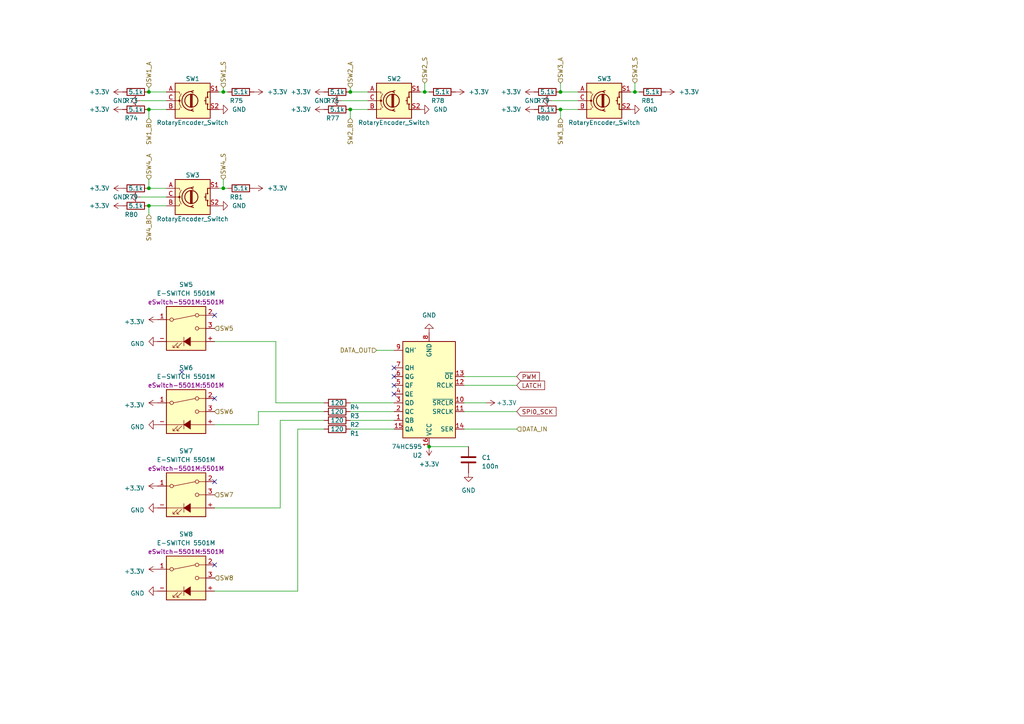
<source format=kicad_sch>
(kicad_sch (version 20230121) (generator eeschema)
  (paper "A4")
  (lib_symbols
    (symbol "74xx:74HC595"
      (property "Reference" "U" (at -7.62 13.97 0))
      (property "Value" "74HC595" (at -7.62 -16.51 0))
      (symbol "74HC595_1_0"
        (pin tri_state line (at 10.16 7.62 180) (length 2.54) (name "QB") (number "1"))
        (pin input line (at -10.16 2.54 0) (length 2.54) (name "~{SRCLR}") (number "10"))
        (pin input line (at -10.16 5.08 0) (length 2.54) (name "SRCLK") (number "11"))
        (pin input line (at -10.16 -2.54 0) (length 2.54) (name "RCLK") (number "12"))
        (pin input line (at -10.16 -5.08 0) (length 2.54) (name "~{OE}") (number "13"))
        (pin input line (at -10.16 10.16 0) (length 2.54) (name "SER") (number "14"))
        (pin tri_state line (at 10.16 10.16 180) (length 2.54) (name "QA") (number "15"))
        (pin power_in line (at 0 15.24 270) (length 2.54) (name "VCC") (number "16"))
        (pin tri_state line (at 10.16 5.08 180) (length 2.54) (name "QC") (number "2"))
        (pin tri_state line (at 10.16 2.54 180) (length 2.54) (name "QD") (number "3"))
        (pin tri_state line (at 10.16 0 180) (length 2.54) (name "QE") (number "4"))
        (pin tri_state line (at 10.16 -2.54 180) (length 2.54) (name "QF") (number "5"))
        (pin tri_state line (at 10.16 -5.08 180) (length 2.54) (name "QG") (number "6"))
        (pin tri_state line (at 10.16 -7.62 180) (length 2.54) (name "QH") (number "7"))
        (pin power_in line (at 0 -17.78 90) (length 2.54) (name "GND") (number "8"))
        (pin output line (at 10.16 -12.7 180) (length 2.54) (name "QH'") (number "9"))
      )
      (symbol "74HC595_1_1"
        (rectangle (start -7.62 12.7) (end 7.62 -15.24) (stroke (width 0.254)) (fill (type background)))
      )
    )
    (symbol "Device:C" (pin_numbers hide) (pin_names (offset 0.254))
      (property "Reference" "C" (at 0.635 2.54 0))
      (property "Value" "C" (at 0.635 -2.54 0))
      (symbol "C_0_1"
        (polyline (pts (xy -2.032 -0.762) (xy 2.032 -0.762)) (stroke (width 0.508)))
        (polyline (pts (xy -2.032 0.762) (xy 2.032 0.762)) (stroke (width 0.508)))
      )
      (symbol "C_1_1"
        (pin passive line (at 0 3.81 270) (length 2.794) (name "~") (number "1"))
        (pin passive line (at 0 -3.81 90) (length 2.794) (name "~") (number "2"))
      )
    )
    (symbol "Device:R" (pin_numbers hide) (pin_names (offset 0))
      (property "Reference" "R" (at 2.032 0 90))
      (property "Value" "R" (at 0 0 90))
      (symbol "R_0_1"
        (rectangle (start -1.016 -2.54) (end 1.016 2.54) (stroke (width 0.254)))
      )
      (symbol "R_1_1"
        (pin passive line (at 0 3.81 270) (length 1.27) (name "~") (number "1"))
        (pin passive line (at 0 -3.81 90) (length 1.27) (name "~") (number "2"))
      )
    )
    (symbol "Device:RotaryEncoder_Switch" (pin_names (offset 0.254) hide)
      (property "Reference" "SW" (at 0 6.604 0))
      (property "Value" "RotaryEncoder_Switch" (at 0 -6.604 0))
      (symbol "RotaryEncoder_Switch_0_1"
        (rectangle (start -5.08 5.08) (end 5.08 -5.08) (stroke (width 0.254)) (fill (type background)))
        (circle (center -3.81 0) (radius 0.254) (fill (type outline)))
        (circle (center -0.381 0) (radius 1.905) (stroke (width 0.254)))
        (arc (start -0.381 2.667) (mid -3.0988 -0.0635) (end -0.381 -2.794) (stroke (width 0.254)))
        (polyline (pts (xy -0.635 -1.778) (xy -0.635 1.778)) (stroke (width 0.254)))
        (polyline (pts (xy -0.381 -1.778) (xy -0.381 1.778)) (stroke (width 0.254)))
        (polyline (pts (xy -0.127 1.778) (xy -0.127 -1.778)) (stroke (width 0.254)))
        (polyline (pts (xy 3.81 0) (xy 3.429 0)) (stroke (width 0.254)))
        (polyline (pts (xy 3.81 1.016) (xy 3.81 -1.016)) (stroke (width 0.254)))
        (polyline (pts (xy -5.08 -2.54) (xy -3.81 -2.54) (xy -3.81 -2.032)))
        (polyline (pts (xy -5.08 2.54) (xy -3.81 2.54) (xy -3.81 2.032)))
        (polyline (pts (xy 0.254 -3.048) (xy -0.508 -2.794) (xy 0.127 -2.413)) (stroke (width 0.254)))
        (polyline (pts (xy 0.254 2.921) (xy -0.508 2.667) (xy 0.127 2.286)) (stroke (width 0.254)))
        (polyline (pts (xy 5.08 -2.54) (xy 4.318 -2.54) (xy 4.318 -1.016)) (stroke (width 0.254)))
        (polyline (pts (xy 5.08 2.54) (xy 4.318 2.54) (xy 4.318 1.016)) (stroke (width 0.254)))
        (polyline (pts (xy -5.08 0) (xy -3.81 0) (xy -3.81 -1.016) (xy -3.302 -2.032)))
        (polyline (pts (xy -4.318 0) (xy -3.81 0) (xy -3.81 1.016) (xy -3.302 2.032)))
        (circle (center 4.318 -1.016) (radius 0.127) (stroke (width 0.254)))
        (circle (center 4.318 1.016) (radius 0.127) (stroke (width 0.254)))
      )
      (symbol "RotaryEncoder_Switch_1_1"
        (pin passive line (at -7.62 2.54 0) (length 2.54) (name "A") (number "A"))
        (pin passive line (at -7.62 -2.54 0) (length 2.54) (name "B") (number "B"))
        (pin passive line (at -7.62 0 0) (length 2.54) (name "C") (number "C"))
        (pin passive line (at 7.62 2.54 180) (length 2.54) (name "S1") (number "S1"))
        (pin passive line (at 7.62 -2.54 180) (length 2.54) (name "S2") (number "S2"))
      )
    )
    (symbol "buttons:E-SWITCH 5501M" (pin_names (offset 1.016) hide)
      (property "Reference" "SW" (at -1.27 13.97 0))
      (property "Value" "E-SWITCH 5501M" (at 0 -3.175 0))
      (property "Footprint" "eSwitch-5501M:5501M" (at 1.27 -5.08 0))
      (symbol "E-SWITCH 5501M_0_0"
        (circle (center -2.286 7.62) (radius 0.508))
        (polyline (pts (xy -3.81 1.27) (xy 7.62 1.27)))
        (polyline (pts (xy -1.778 -0.381) (xy -0.508 0.889)))
        (polyline (pts (xy -0.635 -0.381) (xy 0.635 0.889)))
        (polyline (pts (xy 1.27 2.54) (xy 1.27 0)))
        (polyline (pts (xy -1.905 0.127) (xy -1.905 -0.508) (xy -1.27 -0.508)))
        (polyline (pts (xy -0.762 0.127) (xy -0.762 -0.508) (xy -0.127 -0.508)))
        (polyline (pts (xy 1.27 1.27) (xy 3.175 2.54) (xy 3.175 0) (xy 1.27 1.27)) (fill (type outline)))
        (circle (center 5.08 5.08) (radius 0.508))
      )
      (symbol "E-SWITCH 5501M_0_1"
        (rectangle (start -3.81 11.43) (end 7.62 -1.27) (stroke (width 0.254)) (fill (type background)))
        (polyline (pts (xy -3.81 7.62) (xy -2.794 7.62)))
        (polyline (pts (xy -1.778 7.62) (xy 4.572 8.89)))
        (polyline (pts (xy 7.62 5.08) (xy 5.588 5.08)))
        (polyline (pts (xy 7.62 8.89) (xy 5.715 8.89) (xy 5.588 8.89)))
        (circle (center 5.08 8.89) (radius 0.508))
      )
      (symbol "E-SWITCH 5501M_1_1"
        (pin input line (at 10.16 1.27 180) (length 2.54) (name "+") (number "+"))
        (pin input line (at -6.35 1.27 0) (length 2.54) (name "-") (number "-"))
        (pin input line (at -6.35 7.62 0) (length 2.54) (name "1") (number "1"))
        (pin output line (at 10.16 8.89 180) (length 2.54) (name "C") (number "2"))
        (pin bidirectional line (at 10.16 5.08 180) (length 2.54) (name "C") (number "3"))
      )
    )
    (symbol "power:+3.3V" (power) (pin_names (offset 0))
      (property "Value" "+3.3V" (at 0 3.556 0))
      (symbol "+3.3V_0_1"
        (polyline (pts (xy -0.762 1.27) (xy 0 2.54)))
        (polyline (pts (xy 0 0) (xy 0 2.54)))
        (polyline (pts (xy 0 2.54) (xy 0.762 1.27)))
      )
      (symbol "+3.3V_1_1"
        (pin power_in line (at 0 0 90) (length 0) hide (name "+3.3V") (number "1"))
      )
    )
    (symbol "power:GND" (power) (pin_names (offset 0))
      (property "Value" "GND" (at 0 -3.81 0))
      (symbol "GND_0_1"
        (polyline (pts (xy 0 0) (xy 0 -1.27) (xy 1.27 -1.27) (xy 0 -2.54) (xy -1.27 -1.27) (xy 0 -1.27)))
      )
      (symbol "GND_1_1"
        (pin power_in line (at 0 0 270) (length 0) hide (name "GND") (number "1"))
      )
    )
  )
  (junction (at 43.18 54.61))
  (junction (at 162.56 31.75))
  (junction (at 123.19 26.67))
  (junction (at 184.15 26.67))
  (junction (at 64.77 26.67))
  (junction (at 101.6 31.75))
  (junction (at 162.56 26.67))
  (junction (at 64.77 54.61))
  (junction (at 43.18 26.67))
  (junction (at 101.6 26.67))
  (junction (at 43.18 31.75))
  (junction (at 43.18 59.69))
  (junction (at 124.46 129.54))
  (no_connect (at 62.23 115.57))
  (no_connect (at 62.23 163.83))
  (no_connect (at 52.705 107.95))
  (no_connect (at 114.3 106.68))
  (no_connect (at 62.23 91.44))
  (no_connect (at 114.3 111.76))
  (no_connect (at 62.23 139.7))
  (no_connect (at 114.3 114.3))
  (no_connect (at 114.3 109.22))
  (wire (pts (xy 114.3 119.38) (xy 101.6 119.38)))
  (wire (pts (xy 43.18 31.75) (xy 43.18 34.29)))
  (wire (pts (xy 63.5 54.61) (xy 64.77 54.61)))
  (wire (pts (xy 182.88 26.67) (xy 184.15 26.67)))
  (wire (pts (xy 101.6 31.75) (xy 101.6 34.29)))
  (wire (pts (xy 86.36 124.46) (xy 86.36 171.45)))
  (wire (pts (xy 149.86 111.76) (xy 134.62 111.76)))
  (wire (pts (xy 140.97 116.84) (xy 134.62 116.84)))
  (wire (pts (xy 43.18 54.61) (xy 48.26 54.61)))
  (wire (pts (xy 74.93 119.38) (xy 74.93 123.19)))
  (wire (pts (xy 101.6 26.67) (xy 106.68 26.67)))
  (wire (pts (xy 86.36 171.45) (xy 62.23 171.45)))
  (wire (pts (xy 149.86 124.46) (xy 134.62 124.46)))
  (wire (pts (xy 114.3 124.46) (xy 101.6 124.46)))
  (wire (pts (xy 162.56 26.67) (xy 167.64 26.67)))
  (wire (pts (xy 40.64 57.15) (xy 48.26 57.15)))
  (wire (pts (xy 43.18 26.67) (xy 48.26 26.67)))
  (wire (pts (xy 43.18 59.69) (xy 48.26 59.69)))
  (wire (pts (xy 93.98 121.92) (xy 81.28 121.92)))
  (wire (pts (xy 114.3 121.92) (xy 101.6 121.92)))
  (wire (pts (xy 123.19 26.67) (xy 124.46 26.67)))
  (wire (pts (xy 123.19 24.13) (xy 123.19 26.67)))
  (wire (pts (xy 63.5 26.67) (xy 64.77 26.67)))
  (wire (pts (xy 43.18 59.69) (xy 43.18 62.23)))
  (wire (pts (xy 40.64 29.21) (xy 48.26 29.21)))
  (wire (pts (xy 93.98 124.46) (xy 86.36 124.46)))
  (wire (pts (xy 43.18 25.4) (xy 43.18 26.67)))
  (wire (pts (xy 124.46 129.54) (xy 135.89 129.54)))
  (wire (pts (xy 93.98 119.38) (xy 74.93 119.38)))
  (wire (pts (xy 149.86 109.22) (xy 134.62 109.22)))
  (wire (pts (xy 81.28 147.32) (xy 62.23 147.32)))
  (wire (pts (xy 64.77 25.4) (xy 64.77 26.67)))
  (wire (pts (xy 81.28 121.92) (xy 81.28 147.32)))
  (wire (pts (xy 43.18 31.75) (xy 48.26 31.75)))
  (wire (pts (xy 74.93 123.19) (xy 62.23 123.19)))
  (wire (pts (xy 64.77 52.07) (xy 64.77 54.61)))
  (wire (pts (xy 101.6 31.75) (xy 106.68 31.75)))
  (wire (pts (xy 64.77 54.61) (xy 66.04 54.61)))
  (wire (pts (xy 99.06 29.21) (xy 106.68 29.21)))
  (wire (pts (xy 114.3 101.6) (xy 109.22 101.6)))
  (wire (pts (xy 80.01 116.84) (xy 80.01 99.06)))
  (wire (pts (xy 121.92 26.67) (xy 123.19 26.67)))
  (wire (pts (xy 149.86 119.38) (xy 134.62 119.38)))
  (wire (pts (xy 162.56 31.75) (xy 167.64 31.75)))
  (wire (pts (xy 160.02 29.21) (xy 167.64 29.21)))
  (wire (pts (xy 184.15 24.13) (xy 184.15 26.67)))
  (wire (pts (xy 114.3 116.84) (xy 101.6 116.84)))
  (wire (pts (xy 162.56 24.13) (xy 162.56 26.67)))
  (wire (pts (xy 43.18 52.07) (xy 43.18 54.61)))
  (wire (pts (xy 64.77 26.67) (xy 66.04 26.67)))
  (wire (pts (xy 162.56 31.75) (xy 162.56 34.29)))
  (wire (pts (xy 184.15 26.67) (xy 185.42 26.67)))
  (wire (pts (xy 80.01 99.06) (xy 62.23 99.06)))
  (wire (pts (xy 93.98 116.84) (xy 80.01 116.84)))
  (wire (pts (xy 101.6 25.4) (xy 101.6 26.67)))
  (global_label "SPI0_SCK" (shape input) (at 149.86 119.38 0) (property "Intersheetrefs" "${INTERSHEET_REFS}" (effects hide)))
  (global_label "LATCH" (shape input) (at 149.86 111.76 0) (property "Intersheetrefs" "${INTERSHEET_REFS}" (effects hide)))
  (global_label "PWM" (shape input) (at 149.86 109.22 0) (property "Intersheetrefs" "${INTERSHEET_REFS}" (effects hide)))
  (hierarchical_label "SW4_A" (shape input) (at 43.18 52.07 90))
  (hierarchical_label "DATA_OUT" (shape input) (at 109.22 101.6 180))
  (hierarchical_label "SW1_S" (shape input) (at 64.77 25.4 90))
  (hierarchical_label "SW1_B" (shape input) (at 43.18 34.29 270))
  (hierarchical_label "SW6" (shape input) (at 62.23 119.38 0))
  (hierarchical_label "SW4_S" (shape input) (at 64.77 52.07 90))
  (hierarchical_label "SW3_B" (shape input) (at 162.56 34.29 270))
  (hierarchical_label "SW5" (shape input) (at 62.23 95.25 0))
  (hierarchical_label "SW2_S" (shape input) (at 123.19 24.13 90))
  (hierarchical_label "SW8" (shape input) (at 62.23 167.64 0))
  (hierarchical_label "SW4_B" (shape input) (at 43.18 62.23 270))
  (hierarchical_label "SW7" (shape input) (at 62.23 143.51 0))
  (hierarchical_label "SW3_S" (shape input) (at 184.15 24.13 90))
  (hierarchical_label "DATA_IN" (shape input) (at 149.86 124.46 0))
  (hierarchical_label "SW3_A" (shape input) (at 162.56 24.13 90))
  (hierarchical_label "SW1_A" (shape input) (at 43.18 25.4 90))
  (hierarchical_label "SW2_B" (shape input) (at 101.6 34.29 270))
  (hierarchical_label "SW2_A" (shape input) (at 101.6 25.4 90))
  (symbol (lib_id "power:GND") (at 63.5 31.75 90) (unit 1)
    (property "Reference" "#PWR0161" (effects hide))
    (property "Value" "GND" (at 67.31 31.7499 90) (effects (justify right)))
    (instances (project "frankenstein_enlarger_controller" (path "" (reference "#PWR0161") (unit 1)) (path "" (reference "#PWR023") (unit 1))))
  )
  (symbol (lib_id "Device:R") (at 97.79 119.38 270) (unit 1)
    (property "Reference" "R3" (at 102.87 120.65 90))
    (property "Value" "120" (at 97.79 119.38 90))
    (property "Footprint" "Resistor_SMD:R_0402_1005Metric" (effects hide))
    (property "LCSC" "C25079" (effects hide))
    (instances (project "frankenstein_enlarger_controller" (path "" (reference "R3") (unit 1)) (path "" (reference "R11") (unit 1)) (path "" (reference "R19") (unit 1)) (path "" (reference "R27") (unit 1)) (path "" (reference "R35") (unit 1)) (path "" (reference "R43") (unit 1)) (path "" (reference "R51") (unit 1)) (path "" (reference "R59") (unit 1)) (path "" (reference "R67") (unit 1)) (path "" (reference "R84") (unit 1)) (path "" (reference "R92") (unit 1)) (path "" (reference "R100") (unit 1)) (path "" (reference "R111") (unit 1))))
  )
  (symbol (lib_id "power:GND") (at 45.72 123.19 270) (unit 1)
    (property "Reference" "#PWR048" (effects hide))
    (property "Value" "GND" (at 41.91 123.825 90) (effects (justify right)))
  )
  (symbol (lib_id "Device:R") (at 158.75 26.67 90) (unit 1)
    (property "Reference" "R79" (at 157.48 29.21 90))
    (property "Value" "5.1k" (at 158.75 26.67 90))
    (property "Footprint" "Resistor_SMD:R_0402_1005Metric" (effects hide))
    (property "LCSC" "C25905" (effects hide))
  )
  (symbol (lib_id "Device:RotaryEncoder_Switch") (at 55.88 57.15 0) (unit 1)
    (property "Reference" "SW3" (at 55.88 50.8 0))
    (property "Value" "RotaryEncoder_Switch" (at 55.88 63.5 0))
    (property "Footprint" "Rotary_Encoder:RotaryEncoder_Alps_EC11E-Switch_Vertical_H20mm" (effects hide))
    (property "LCSC" "C2991196" (effects hide))
    (instances (project "frankenstein_enlarger_controller" (path "" (reference "SW3") (unit 1)) (path "" (reference "SW4") (unit 1))))
  )
  (symbol (lib_id "buttons:E-SWITCH 5501M") (at 52.07 124.46 0) (unit 1)
    (property "Reference" "SW6" (at 53.975 106.68 0))
    (property "Value" "E-SWITCH 5501M" (at 53.975 109.22 0))
    (property "Footprint" "eSwitch-5501M:5501M" (at 53.975 111.76 0))
  )
  (symbol (lib_id "Device:R") (at 69.85 54.61 90) (unit 1)
    (property "Reference" "R81" (at 68.58 57.15 90))
    (property "Value" "5.1k" (at 69.85 54.61 90))
    (property "Footprint" "Resistor_SMD:R_0402_1005Metric" (effects hide))
    (property "LCSC" "C25905" (effects hide))
    (instances (project "frankenstein_enlarger_controller" (path "" (reference "R81") (unit 1)) (path "" (reference "R108") (unit 1))))
  )
  (symbol (lib_id "power:GND") (at 45.72 147.32 270) (unit 1)
    (property "Reference" "#PWR049" (effects hide))
    (property "Value" "GND" (at 41.91 147.955 90) (effects (justify right)))
  )
  (symbol (lib_id "power:+3.3V") (at 154.94 26.67 90) (unit 1)
    (property "Reference" "#PWR0164" (effects hide))
    (property "Value" "+3.3V" (at 151.13 26.6699 90) (effects (justify left)))
    (instances (project "frankenstein_enlarger_controller" (path "" (reference "#PWR0164") (unit 1)) (path "" (reference "#PWR030") (unit 1))))
  )
  (symbol (lib_id "buttons:E-SWITCH 5501M") (at 52.07 148.59 0) (unit 1)
    (property "Reference" "SW7" (at 53.975 130.81 0))
    (property "Value" "E-SWITCH 5501M" (at 53.975 133.35 0))
    (property "Footprint" "eSwitch-5501M:5501M" (at 53.975 135.89 0))
  )
  (symbol (lib_id "Device:R") (at 69.85 26.67 90) (unit 1)
    (property "Reference" "R75" (at 68.58 29.21 90))
    (property "Value" "5.1k" (at 69.85 26.67 90))
    (property "Footprint" "Resistor_SMD:R_0402_1005Metric" (effects hide))
    (property "LCSC" "C25905" (effects hide))
  )
  (symbol (lib_id "Device:R") (at 158.75 31.75 90) (unit 1)
    (property "Reference" "R80" (at 157.48 34.29 90))
    (property "Value" "5.1k" (at 158.75 31.75 90))
    (property "Footprint" "Resistor_SMD:R_0402_1005Metric" (effects hide))
    (property "LCSC" "C25905" (effects hide))
  )
  (symbol (lib_id "Device:R") (at 39.37 59.69 90) (unit 1)
    (property "Reference" "R80" (at 38.1 62.23 90))
    (property "Value" "5.1k" (at 39.37 59.69 90))
    (property "Footprint" "Resistor_SMD:R_0402_1005Metric" (effects hide))
    (property "LCSC" "C25905" (effects hide))
    (instances (project "frankenstein_enlarger_controller" (path "" (reference "R80") (unit 1)) (path "" (reference "R107") (unit 1))))
  )
  (symbol (lib_id "power:+3.3V") (at 93.98 26.67 90) (unit 1)
    (property "Reference" "#PWR0158" (effects hide))
    (property "Value" "+3.3V" (at 90.17 26.6699 90) (effects (justify left)))
    (instances (project "frankenstein_enlarger_controller" (path "" (reference "#PWR0158") (unit 1)) (path "" (reference "#PWR025") (unit 1))))
  )
  (symbol (lib_id "power:GND") (at 40.64 57.15 270) (unit 1)
    (property "Reference" "#PWR0163" (effects hide))
    (property "Value" "GND" (at 36.83 57.1499 90) (effects (justify right)))
    (instances (project "frankenstein_enlarger_controller" (path "" (reference "#PWR0163") (unit 1)) (path "" (reference "#PWR037") (unit 1))))
  )
  (symbol (lib_id "power:+3.3V") (at 132.08 26.67 270) (unit 1)
    (property "Reference" "#PWR0156" (effects hide))
    (property "Value" "+3.3V" (at 135.89 26.6699 90) (effects (justify left)))
    (instances (project "frankenstein_enlarger_controller" (path "" (reference "#PWR0156") (unit 1)) (path "" (reference "#PWR029") (unit 1))))
  )
  (symbol (lib_id "Device:R") (at 39.37 31.75 90) (unit 1)
    (property "Reference" "R74" (at 38.1 34.29 90))
    (property "Value" "5.1k" (at 39.37 31.75 90))
    (property "Footprint" "Resistor_SMD:R_0402_1005Metric" (effects hide))
    (property "LCSC" "C25905" (effects hide))
  )
  (symbol (lib_id "Device:R") (at 97.79 116.84 270) (unit 1)
    (property "Reference" "R4" (at 102.87 118.11 90))
    (property "Value" "120" (at 97.79 116.84 90))
    (property "Footprint" "Resistor_SMD:R_0402_1005Metric" (effects hide))
    (property "LCSC" "C25079" (effects hide))
    (instances (project "frankenstein_enlarger_controller" (path "" (reference "R4") (unit 1)) (path "" (reference "R12") (unit 1)) (path "" (reference "R20") (unit 1)) (path "" (reference "R28") (unit 1)) (path "" (reference "R36") (unit 1)) (path "" (reference "R44") (unit 1)) (path "" (reference "R52") (unit 1)) (path "" (reference "R60") (unit 1)) (path "" (reference "R68") (unit 1)) (path "" (reference "R85") (unit 1)) (path "" (reference "R93") (unit 1)) (path "" (reference "R101") (unit 1)) (path "" (reference "R112") (unit 1))))
  )
  (symbol (lib_id "power:+3.3V") (at 45.72 92.71 90) (unit 1)
    (property "Reference" "#PWR052" (effects hide))
    (property "Value" "+3.3V" (at 41.91 93.345 90) (effects (justify left)))
  )
  (symbol (lib_id "Device:R") (at 97.79 31.75 90) (unit 1)
    (property "Reference" "R77" (at 96.52 34.29 90))
    (property "Value" "5.1k" (at 97.79 31.75 90))
    (property "Footprint" "Resistor_SMD:R_0402_1005Metric" (effects hide))
    (property "LCSC" "C25905" (effects hide))
  )
  (symbol (lib_id "power:+3.3V") (at 35.56 54.61 90) (unit 1)
    (property "Reference" "#PWR0164" (effects hide))
    (property "Value" "+3.3V" (at 31.75 54.6099 90) (effects (justify left)))
    (instances (project "frankenstein_enlarger_controller" (path "" (reference "#PWR0164") (unit 1)) (path "" (reference "#PWR035") (unit 1))))
  )
  (symbol (lib_id "power:+3.3V") (at 45.72 116.84 90) (unit 1)
    (property "Reference" "#PWR040" (effects hide))
    (property "Value" "+3.3V" (at 41.91 117.475 90) (effects (justify left)))
  )
  (symbol (lib_id "Device:R") (at 39.37 26.67 90) (unit 1)
    (property "Reference" "R73" (at 38.1 29.21 90))
    (property "Value" "5.1k" (at 39.37 26.67 90))
    (property "Footprint" "Resistor_SMD:R_0402_1005Metric" (effects hide))
    (property "LCSC" "C25905" (effects hide))
  )
  (symbol (lib_id "Device:RotaryEncoder_Switch") (at 55.88 29.21 0) (unit 1)
    (property "Reference" "SW1" (at 55.88 22.86 0))
    (property "Value" "RotaryEncoder_Switch" (at 55.88 35.56 0))
    (property "Footprint" "Rotary_Encoder:RotaryEncoder_Alps_EC11E-Switch_Vertical_H20mm" (effects hide))
    (property "LCSC" "C2991196" (effects hide))
  )
  (symbol (lib_id "power:+3.3V") (at 73.66 26.67 270) (unit 1)
    (property "Reference" "#PWR0160" (effects hide))
    (property "Value" "+3.3V" (at 77.47 26.6699 90) (effects (justify left)))
    (instances (project "frankenstein_enlarger_controller" (path "" (reference "#PWR0160") (unit 1)) (path "" (reference "#PWR024") (unit 1))))
  )
  (symbol (lib_id "power:+3.3V") (at 124.46 129.54 180) (unit 1)
    (property "Reference" "#PWR0101" (effects hide))
    (property "Value" "+3.3V" (at 124.46 134.62 0))
    (instances (project "frankenstein_enlarger_controller" (path "" (reference "#PWR0101") (unit 1)) (path "" (reference "#PWR0107") (unit 1)) (path "" (reference "#PWR0113") (unit 1)) (path "" (reference "#PWR0119") (unit 1)) (path "" (reference "#PWR0125") (unit 1)) (path "" (reference "#PWR0131") (unit 1)) (path "" (reference "#PWR0137") (unit 1)) (path "" (reference "#PWR0143") (unit 1)) (path "" (reference "#PWR0149") (unit 1)) (path "" (reference "#PWR03") (unit 1)) (path "" (reference "#PWR09") (unit 1)) (path "" (reference "#PWR015") (unit 1)) (path "" (reference "#PWR045") (unit 1))))
  )
  (symbol (lib_id "Device:RotaryEncoder_Switch") (at 114.3 29.21 0) (unit 1)
    (property "Reference" "SW2" (at 114.3 22.86 0))
    (property "Value" "RotaryEncoder_Switch" (at 114.3 35.56 0))
    (property "Footprint" "Rotary_Encoder:RotaryEncoder_Alps_EC11E-Switch_Vertical_H20mm" (effects hide))
    (property "LCSC" "C2991196" (effects hide))
  )
  (symbol (lib_id "74xx:74HC595") (at 124.46 114.3 180) (unit 1)
    (property "Reference" "U2" (at 122.4406 132.08 0) (effects (justify left)))
    (property "Value" "74HC595" (at 122.4406 129.54 0) (effects (justify left)))
    (property "Footprint" "Package_SO:SOIC-16_3.9x9.9mm_P1.27mm" (effects hide))
    (property "Datasheet" "http://www.ti.com/lit/ds/symlink/sn74hc595.pdf" (effects hide))
    (property "LCSC" "C5947" (effects hide))
    (instances (project "frankenstein_enlarger_controller" (path "" (reference "U2") (unit 1)) (path "" (reference "U4") (unit 1)) (path "" (reference "U6") (unit 1)) (path "" (reference "U8") (unit 1)) (path "" (reference "U10") (unit 1)) (path "" (reference "U12") (unit 1)) (path "" (reference "U14") (unit 1)) (path "" (reference "U16") (unit 1)) (path "" (reference "U18") (unit 1)) (path "" (reference "U20") (unit 1)) (path "" (reference "U22") (unit 1)) (path "" (reference "U24") (unit 1)) (path "" (reference "U26") (unit 1))))
  )
  (symbol (lib_id "power:+3.3V") (at 154.94 31.75 90) (unit 1)
    (property "Reference" "#PWR0162" (effects hide))
    (property "Value" "+3.3V" (at 151.13 31.7499 90) (effects (justify left)))
    (instances (project "frankenstein_enlarger_controller" (path "" (reference "#PWR0162") (unit 1)) (path "" (reference "#PWR031") (unit 1))))
  )
  (symbol (lib_id "power:GND") (at 124.46 96.52 180) (unit 1)
    (property "Reference" "#PWR0102" (effects hide))
    (property "Value" "GND" (at 124.46 91.44 0))
    (instances (project "frankenstein_enlarger_controller" (path "" (reference "#PWR0102") (unit 1)) (path "" (reference "#PWR0108") (unit 1)) (path "" (reference "#PWR0114") (unit 1)) (path "" (reference "#PWR0120") (unit 1)) (path "" (reference "#PWR0126") (unit 1)) (path "" (reference "#PWR0132") (unit 1)) (path "" (reference "#PWR0138") (unit 1)) (path "" (reference "#PWR0144") (unit 1)) (path "" (reference "#PWR0150") (unit 1)) (path "" (reference "#PWR04") (unit 1)) (path "" (reference "#PWR010") (unit 1)) (path "" (reference "#PWR016") (unit 1)) (path "" (reference "#PWR046") (unit 1))))
  )
  (symbol (lib_id "Device:RotaryEncoder_Switch") (at 175.26 29.21 0) (unit 1)
    (property "Reference" "SW3" (at 175.26 22.86 0))
    (property "Value" "RotaryEncoder_Switch" (at 175.26 35.56 0))
    (property "Footprint" "Rotary_Encoder:RotaryEncoder_Alps_EC11E-Switch_Vertical_H20mm" (effects hide))
    (property "LCSC" "C2991196" (effects hide))
  )
  (symbol (lib_id "Device:R") (at 39.37 54.61 90) (unit 1)
    (property "Reference" "R79" (at 38.1 57.15 90))
    (property "Value" "5.1k" (at 39.37 54.61 90))
    (property "Footprint" "Resistor_SMD:R_0402_1005Metric" (effects hide))
    (property "LCSC" "C25905" (effects hide))
    (instances (project "frankenstein_enlarger_controller" (path "" (reference "R79") (unit 1)) (path "" (reference "R106") (unit 1))))
  )
  (symbol (lib_id "power:+3.3V") (at 193.04 26.67 270) (unit 1)
    (property "Reference" "#PWR0166" (effects hide))
    (property "Value" "+3.3V" (at 196.85 26.6699 90) (effects (justify left)))
    (instances (project "frankenstein_enlarger_controller" (path "" (reference "#PWR0166") (unit 1)) (path "" (reference "#PWR034") (unit 1))))
  )
  (symbol (lib_id "power:GND") (at 135.89 137.16 0) (unit 1)
    (property "Reference" "#PWR051" (effects hide))
    (property "Value" "GND" (at 135.89 142.24 0))
  )
  (symbol (lib_id "power:GND") (at 182.88 31.75 90) (unit 1)
    (property "Reference" "#PWR0165" (effects hide))
    (property "Value" "GND" (at 186.69 31.7499 90) (effects (justify right)))
    (instances (project "frankenstein_enlarger_controller" (path "" (reference "#PWR0165") (unit 1)) (path "" (reference "#PWR033") (unit 1))))
  )
  (symbol (lib_id "power:GND") (at 40.64 29.21 270) (unit 1)
    (property "Reference" "#PWR0169" (effects hide))
    (property "Value" "GND" (at 36.83 29.2099 90) (effects (justify right)))
    (instances (project "frankenstein_enlarger_controller" (path "" (reference "#PWR0169") (unit 1)) (path "" (reference "#PWR022") (unit 1))))
  )
  (symbol (lib_id "power:GND") (at 45.72 99.06 270) (unit 1)
    (property "Reference" "#PWR047" (effects hide))
    (property "Value" "GND" (at 41.91 99.695 90) (effects (justify right)))
  )
  (symbol (lib_id "Device:R") (at 97.79 121.92 270) (unit 1)
    (property "Reference" "R2" (at 102.87 123.19 90))
    (property "Value" "120" (at 97.79 121.92 90))
    (property "Footprint" "Resistor_SMD:R_0402_1005Metric" (effects hide))
    (property "LCSC" "C25079" (effects hide))
    (instances (project "frankenstein_enlarger_controller" (path "" (reference "R2") (unit 1)) (path "" (reference "R10") (unit 1)) (path "" (reference "R18") (unit 1)) (path "" (reference "R26") (unit 1)) (path "" (reference "R34") (unit 1)) (path "" (reference "R42") (unit 1)) (path "" (reference "R50") (unit 1)) (path "" (reference "R58") (unit 1)) (path "" (reference "R66") (unit 1)) (path "" (reference "R83") (unit 1)) (path "" (reference "R91") (unit 1)) (path "" (reference "R99") (unit 1)) (path "" (reference "R110") (unit 1))))
  )
  (symbol (lib_id "Device:R") (at 97.79 26.67 90) (unit 1)
    (property "Reference" "R76" (at 96.52 29.21 90))
    (property "Value" "5.1k" (at 97.79 26.67 90))
    (property "Footprint" "Resistor_SMD:R_0402_1005Metric" (effects hide))
    (property "LCSC" "C25905" (effects hide))
  )
  (symbol (lib_id "power:GND") (at 160.02 29.21 270) (unit 1)
    (property "Reference" "#PWR0163" (effects hide))
    (property "Value" "GND" (at 156.21 29.2099 90) (effects (justify right)))
    (instances (project "frankenstein_enlarger_controller" (path "" (reference "#PWR0163") (unit 1)) (path "" (reference "#PWR032") (unit 1))))
  )
  (symbol (lib_id "power:+3.3V") (at 35.56 59.69 90) (unit 1)
    (property "Reference" "#PWR0162" (effects hide))
    (property "Value" "+3.3V" (at 31.75 59.6899 90) (effects (justify left)))
    (instances (project "frankenstein_enlarger_controller" (path "" (reference "#PWR0162") (unit 1)) (path "" (reference "#PWR036") (unit 1))))
  )
  (symbol (lib_id "power:+3.3V") (at 45.72 165.1 90) (unit 1)
    (property "Reference" "#PWR042" (effects hide))
    (property "Value" "+3.3V" (at 41.91 165.735 90) (effects (justify left)))
  )
  (symbol (lib_id "Device:C") (at 135.89 133.35 180) (unit 1)
    (property "Reference" "C1" (at 139.7 132.715 0) (effects (justify right)))
    (property "Value" "100n" (at 139.7 135.255 0) (effects (justify right)))
    (property "Footprint" "Capacitor_SMD:C_0402_1005Metric" (effects hide))
    (property "LCSC" "C1525" (effects hide))
    (instances (project "frankenstein_enlarger_controller" (path "" (reference "C1") (unit 1)) (path "" (reference "C2") (unit 1)) (path "" (reference "C3") (unit 1)) (path "" (reference "C4") (unit 1)) (path "" (reference "C5") (unit 1)) (path "" (reference "C6") (unit 1)) (path "" (reference "C7") (unit 1)) (path "" (reference "C8") (unit 1)) (path "" (reference "C9") (unit 1)) (path "" (reference "C10") (unit 1)) (path "" (reference "C11") (unit 1)) (path "" (reference "C12") (unit 1)) (path "" (reference "C13") (unit 1))))
  )
  (symbol (lib_id "buttons:E-SWITCH 5501M") (at 52.07 172.72 0) (unit 1)
    (property "Reference" "SW8" (at 53.975 154.94 0))
    (property "Value" "E-SWITCH 5501M" (at 53.975 157.48 0))
    (property "Footprint" "eSwitch-5501M:5501M" (at 53.975 160.02 0))
  )
  (symbol (lib_id "power:+3.3V") (at 35.56 26.67 90) (unit 1)
    (property "Reference" "#PWR0167" (effects hide))
    (property "Value" "+3.3V" (at 31.75 26.6699 90) (effects (justify left)))
    (instances (project "frankenstein_enlarger_controller" (path "" (reference "#PWR0167") (unit 1)) (path "" (reference "#PWR020") (unit 1))))
  )
  (symbol (lib_id "power:GND") (at 63.5 59.69 90) (unit 1)
    (property "Reference" "#PWR0165" (effects hide))
    (property "Value" "GND" (at 67.31 59.6899 90) (effects (justify right)))
    (instances (project "frankenstein_enlarger_controller" (path "" (reference "#PWR0165") (unit 1)) (path "" (reference "#PWR038") (unit 1))))
  )
  (symbol (lib_id "power:+3.3V") (at 93.98 31.75 90) (unit 1)
    (property "Reference" "#PWR0159" (effects hide))
    (property "Value" "+3.3V" (at 90.17 31.7499 90) (effects (justify left)))
    (instances (project "frankenstein_enlarger_controller" (path "" (reference "#PWR0159") (unit 1)) (path "" (reference "#PWR026") (unit 1))))
  )
  (symbol (lib_id "power:GND") (at 121.92 31.75 90) (unit 1)
    (property "Reference" "#PWR0155" (effects hide))
    (property "Value" "GND" (at 125.73 31.7499 90) (effects (justify right)))
    (instances (project "frankenstein_enlarger_controller" (path "" (reference "#PWR0155") (unit 1)) (path "" (reference "#PWR028") (unit 1))))
  )
  (symbol (lib_id "Device:R") (at 97.79 124.46 270) (unit 1)
    (property "Reference" "R1" (at 102.87 125.73 90))
    (property "Value" "120" (at 97.79 124.46 90))
    (property "Footprint" "Resistor_SMD:R_0402_1005Metric" (effects hide))
    (property "LCSC" "C25079" (effects hide))
    (instances (project "frankenstein_enlarger_controller" (path "" (reference "R1") (unit 1)) (path "" (reference "R9") (unit 1)) (path "" (reference "R17") (unit 1)) (path "" (reference "R25") (unit 1)) (path "" (reference "R33") (unit 1)) (path "" (reference "R41") (unit 1)) (path "" (reference "R49") (unit 1)) (path "" (reference "R57") (unit 1)) (path "" (reference "R65") (unit 1)) (path "" (reference "R82") (unit 1)) (path "" (reference "R90") (unit 1)) (path "" (reference "R98") (unit 1)) (path "" (reference "R109") (unit 1))))
  )
  (symbol (lib_id "Device:R") (at 128.27 26.67 90) (unit 1)
    (property "Reference" "R78" (at 127 29.21 90))
    (property "Value" "5.1k" (at 128.27 26.67 90))
    (property "Footprint" "Resistor_SMD:R_0402_1005Metric" (effects hide))
    (property "LCSC" "C25905" (effects hide))
  )
  (symbol (lib_id "power:+3.3V") (at 73.66 54.61 270) (unit 1)
    (property "Reference" "#PWR0166" (effects hide))
    (property "Value" "+3.3V" (at 77.47 54.6099 90) (effects (justify left)))
    (instances (project "frankenstein_enlarger_controller" (path "" (reference "#PWR0166") (unit 1)) (path "" (reference "#PWR039") (unit 1))))
  )
  (symbol (lib_id "power:+3.3V") (at 140.97 116.84 270) (unit 1)
    (property "Reference" "#PWR0106" (effects hide))
    (property "Value" "+3.3V" (at 149.86 116.84 90) (effects (justify right)))
    (instances (project "frankenstein_enlarger_controller" (path "" (reference "#PWR0106") (unit 1)) (path "" (reference "#PWR0112") (unit 1)) (path "" (reference "#PWR0118") (unit 1)) (path "" (reference "#PWR0124") (unit 1)) (path "" (reference "#PWR0130") (unit 1)) (path "" (reference "#PWR0136") (unit 1)) (path "" (reference "#PWR0142") (unit 1)) (path "" (reference "#PWR0148") (unit 1)) (path "" (reference "#PWR0154") (unit 1)) (path "" (reference "#PWR02") (unit 1)) (path "" (reference "#PWR08") (unit 1)) (path "" (reference "#PWR014") (unit 1)) (path "" (reference "#PWR044") (unit 1))))
  )
  (symbol (lib_id "Device:R") (at 189.23 26.67 90) (unit 1)
    (property "Reference" "R81" (at 187.96 29.21 90))
    (property "Value" "5.1k" (at 189.23 26.67 90))
    (property "Footprint" "Resistor_SMD:R_0402_1005Metric" (effects hide))
    (property "LCSC" "C25905" (effects hide))
  )
  (symbol (lib_id "power:GND") (at 45.72 171.45 270) (unit 1)
    (property "Reference" "#PWR050" (effects hide))
    (property "Value" "GND" (at 41.91 172.085 90) (effects (justify right)))
  )
  (symbol (lib_id "power:GND") (at 99.06 29.21 270) (unit 1)
    (property "Reference" "#PWR0157" (effects hide))
    (property "Value" "GND" (at 95.25 29.2099 90) (effects (justify right)))
    (instances (project "frankenstein_enlarger_controller" (path "" (reference "#PWR0157") (unit 1)) (path "" (reference "#PWR027") (unit 1))))
  )
  (symbol (lib_id "power:+3.3V") (at 45.72 140.97 90) (unit 1)
    (property "Reference" "#PWR041" (effects hide))
    (property "Value" "+3.3V" (at 41.91 141.605 90) (effects (justify left)))
  )
  (symbol (lib_id "buttons:E-SWITCH 5501M") (at 52.07 100.33 0) (unit 1)
    (property "Reference" "SW5" (at 53.975 82.55 0))
    (property "Value" "E-SWITCH 5501M" (at 53.975 85.09 0))
    (property "Footprint" "eSwitch-5501M:5501M" (at 53.975 87.63 0))
  )
  (symbol (lib_id "power:+3.3V") (at 35.56 31.75 90) (unit 1)
    (property "Reference" "#PWR0168" (effects hide))
    (property "Value" "+3.3V" (at 31.75 31.7499 90) (effects (justify left)))
    (instances (project "frankenstein_enlarger_controller" (path "" (reference "#PWR0168") (unit 1)) (path "" (reference "#PWR021") (unit 1))))
  )
)
</source>
